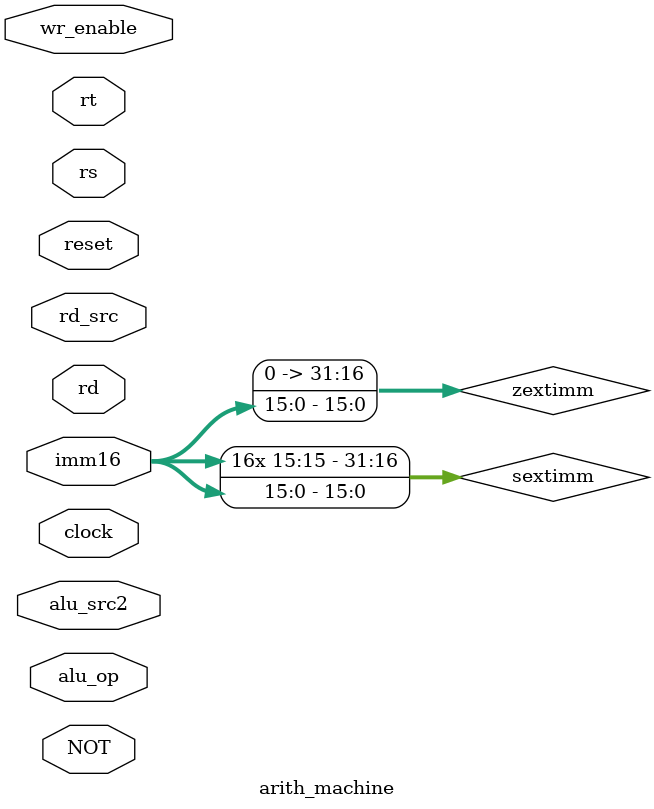
<source format=v>
module arith_machine(rs, rt, rd, rd_src, wr_enable, alu_src2, alu_op, imm16, NOT, clock, reset);
    input        rd_src, wr_enable, NOT;
    input [1:0]  alu_src2;
    input [2:0]  alu_op;
    input [15:0] imm16;
    input [4:0]  rs, rt, rd;
    input        clock, reset;

    wire [31:0]  sextimm, zextimm;

    wire [4:0]   w_addr;

    // sign-extended immediate
    assign sextimm = { {16{imm16[15]}}, imm16[15:0] };

    // zero-extended immediate
    assign zextimm = { {16{1'b0}}, imm16[15:0] };

    wire [31:0]  Rrs, Rrt, A_data, B_data, B_data_temp;
    wire [31:0]  alu_out, adder_out, w_data;


    mux2v #(5) rd_mux(w_addr, rd, rt, rd_src);
    

    regfile rf (Rrs, Rrt,
                rs, rt, w_addr, w_data,
                wr_enable, clock, reset);

    mux3v alu_src2_mux(B_data_temp, Rrt, sextimm, zextimm, alu_src2);

    mux2v neg_mux1(B_data, B_data_temp, Rrs, NOT);

    alu32 alu(w_data, Rrs, B_data, alu_op);
endmodule // arith_machine

</source>
